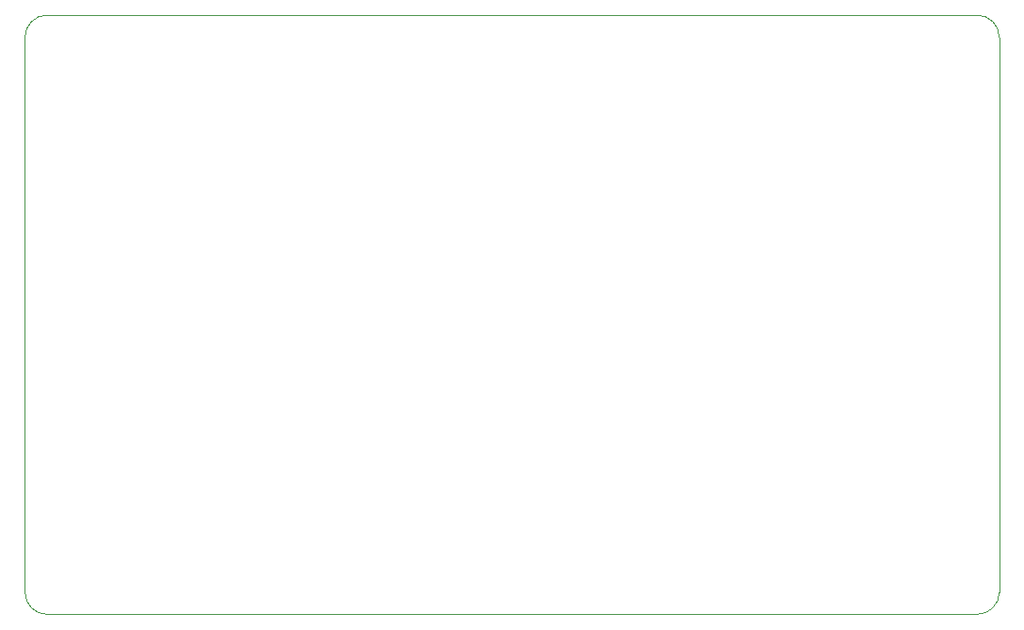
<source format=gbr>
%TF.GenerationSoftware,KiCad,Pcbnew,9.0.0*%
%TF.CreationDate,2025-04-18T01:08:42+10:00*%
%TF.ProjectId,Teensy_4.1_attempt_1,5465656e-7379-45f3-942e-315f61747465,rev?*%
%TF.SameCoordinates,Original*%
%TF.FileFunction,Profile,NP*%
%FSLAX46Y46*%
G04 Gerber Fmt 4.6, Leading zero omitted, Abs format (unit mm)*
G04 Created by KiCad (PCBNEW 9.0.0) date 2025-04-18 01:08:42*
%MOMM*%
%LPD*%
G01*
G04 APERTURE LIST*
%TA.AperFunction,Profile*%
%ADD10C,0.100000*%
%TD*%
G04 APERTURE END LIST*
D10*
X96440000Y-51050000D02*
X180010000Y-51050000D01*
X182010000Y-53050000D02*
X182010000Y-102940000D01*
X180010000Y-104940000D02*
X96440000Y-104940000D01*
X180010000Y-51050000D02*
G75*
G02*
X182010000Y-53050000I0J-2000000D01*
G01*
X96440000Y-104940000D02*
G75*
G02*
X94440000Y-102940000I0J2000000D01*
G01*
X182010000Y-102940000D02*
G75*
G02*
X180010000Y-104940000I-2000000J0D01*
G01*
X94440000Y-102940000D02*
X94440000Y-53050000D01*
X94440000Y-53050000D02*
G75*
G02*
X96440000Y-51050000I2000000J0D01*
G01*
M02*

</source>
